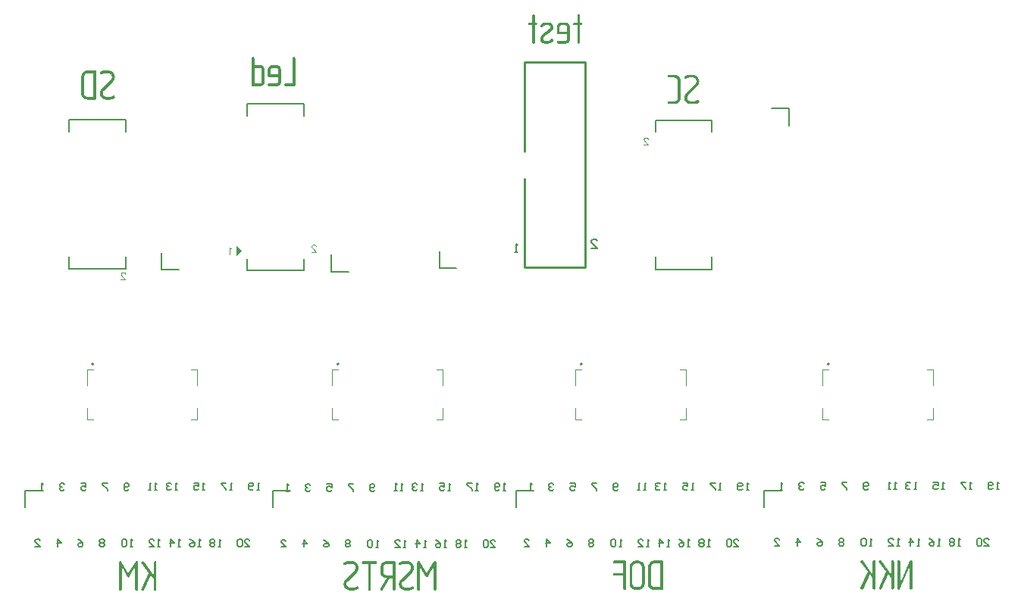
<source format=gbo>
G04*
G04 #@! TF.GenerationSoftware,Altium Limited,Altium Designer,23.1.1 (15)*
G04*
G04 Layer_Color=32896*
%FSLAX44Y44*%
%MOMM*%
G71*
G04*
G04 #@! TF.SameCoordinates,885BC21F-CE97-4633-90EB-74F7ABE7E9BF*
G04*
G04*
G04 #@! TF.FilePolarity,Positive*
G04*
G01*
G75*
%ADD10C,0.2000*%
%ADD35C,0.1000*%
%ADD36C,0.2032*%
%ADD37C,0.2540*%
%ADD38C,0.0635*%
G36*
X253370Y399781D02*
Y412481D01*
X259720Y406131D01*
X253370Y399781D01*
D01*
D02*
G37*
G36*
X111562Y608082D02*
X112580Y607851D01*
X113413Y607481D01*
X114107Y607110D01*
X114662Y606740D01*
X115079Y606370D01*
X115310Y606138D01*
X115403Y606092D01*
Y606046D01*
X115819Y605629D01*
X116190Y605167D01*
X116514Y604704D01*
X116745Y604287D01*
X117208Y603408D01*
X117485Y602621D01*
X117624Y601927D01*
X117670Y601603D01*
X117717Y601372D01*
X117763Y601140D01*
Y601002D01*
Y600909D01*
Y600863D01*
X117717Y600307D01*
X117670Y599798D01*
X117578Y599336D01*
X117485Y598919D01*
X117393Y598595D01*
X117347Y598317D01*
X117254Y598132D01*
Y598086D01*
X116976Y597531D01*
X116652Y597068D01*
X116375Y596651D01*
X116143Y596281D01*
X115958Y596050D01*
X115773Y595818D01*
X115681Y595726D01*
X115634Y595680D01*
X105453Y585498D01*
X105036Y584943D01*
X104712Y584480D01*
X104620Y584295D01*
X104574Y584156D01*
X104527Y584063D01*
Y584017D01*
X104435Y583786D01*
X104389Y583693D01*
Y583647D01*
X104296Y583416D01*
Y583369D01*
Y583323D01*
X104203Y582583D01*
X104250Y581981D01*
X104389Y581472D01*
X104620Y580963D01*
X104805Y580546D01*
X105036Y580176D01*
X105268Y579945D01*
X105407Y579759D01*
X105453Y579713D01*
X105916Y579297D01*
X106425Y579019D01*
X106934Y578788D01*
X107397Y578649D01*
X107767Y578556D01*
X108091Y578510D01*
X111701D01*
X112395Y578556D01*
X113089Y578695D01*
X113737Y578880D01*
X114292Y579112D01*
X114755Y579297D01*
X115079Y579482D01*
X115310Y579621D01*
X115403Y579667D01*
X116190Y579945D01*
X116421Y579898D01*
X116652Y579852D01*
X117023Y579667D01*
X117254Y579436D01*
X117347Y579389D01*
Y579343D01*
X117578Y578927D01*
X117717Y578603D01*
X117763Y578325D01*
Y578279D01*
Y578232D01*
X117624Y577584D01*
X117115Y577029D01*
X116190Y576474D01*
X115218Y576057D01*
X114292Y575733D01*
X113459Y575548D01*
X112719Y575409D01*
X112441Y575363D01*
X112163D01*
X111932Y575317D01*
X108322D01*
X107721Y575363D01*
X107165Y575409D01*
X106193Y575641D01*
X105314Y575965D01*
X104620Y576381D01*
X104065Y576751D01*
X103648Y577075D01*
X103417Y577307D01*
X103324Y577399D01*
X102908Y577816D01*
X102537Y578279D01*
X102213Y578741D01*
X101936Y579158D01*
X101519Y580037D01*
X101242Y580824D01*
X101103Y581564D01*
X101056Y581842D01*
X101010Y582074D01*
X100964Y582305D01*
Y582444D01*
Y582536D01*
Y582583D01*
Y583277D01*
X101056Y583832D01*
X101334Y584804D01*
X101519Y585313D01*
X101751Y585776D01*
X101982Y586192D01*
X102213Y586562D01*
X102445Y586886D01*
X102676Y587118D01*
X102861Y587303D01*
X102954Y587396D01*
X103000Y587442D01*
X113320Y597947D01*
X113783Y598503D01*
X114061Y598919D01*
X114246Y599197D01*
X114292Y599243D01*
Y599289D01*
X114385Y599613D01*
X114477Y600030D01*
X114524Y600770D01*
X114477Y601418D01*
X114339Y601973D01*
X114153Y602482D01*
X113968Y602899D01*
X113783Y603269D01*
X113598Y603501D01*
X113459Y603686D01*
X113413Y603732D01*
X112950Y604148D01*
X112487Y604472D01*
X111978Y604658D01*
X111515Y604843D01*
X111099Y604935D01*
X110775Y604981D01*
X107119D01*
X106378Y604935D01*
X105684Y604796D01*
X105036Y604611D01*
X104481Y604380D01*
X104018Y604148D01*
X103648Y603963D01*
X103463Y603825D01*
X103370Y603778D01*
X102584Y603501D01*
X102306Y603547D01*
X102075Y603593D01*
X101658Y603778D01*
X101427Y603917D01*
X101334Y604010D01*
X101149Y604241D01*
X101056Y604426D01*
X100871Y604843D01*
X100825Y605120D01*
Y605167D01*
Y605213D01*
X100918Y605583D01*
X101056Y605861D01*
X101149Y606046D01*
X101195Y606092D01*
X101334Y606277D01*
X101473Y606416D01*
X101566Y606462D01*
X101612Y606509D01*
X102537Y607018D01*
X103000Y607249D01*
X103417Y607388D01*
X103787Y607527D01*
X104065Y607619D01*
X104250Y607712D01*
X104342D01*
X104898Y607851D01*
X105407Y607990D01*
X105869Y608082D01*
X106286Y608129D01*
X106656Y608175D01*
X111053D01*
X111562Y608082D01*
D02*
G37*
G36*
X96105Y608129D02*
X96521Y607943D01*
X96799Y607666D01*
X96984Y607388D01*
X97077Y607064D01*
X97123Y606833D01*
X97169Y606647D01*
Y606555D01*
Y576890D01*
X97123Y576381D01*
X96938Y575965D01*
X96660Y575687D01*
X96382Y575502D01*
X96105Y575409D01*
X95827Y575363D01*
X95642Y575317D01*
X87589D01*
X87034Y575363D01*
X86479Y575409D01*
X85461Y575641D01*
X84581Y576011D01*
X83794Y576381D01*
X83193Y576751D01*
X82730Y577122D01*
X82591Y577261D01*
X82452Y577353D01*
X82406Y577446D01*
X82360D01*
X81990Y577862D01*
X81619Y578279D01*
X81110Y579158D01*
X80694Y580037D01*
X80462Y580824D01*
X80277Y581518D01*
X80231Y581842D01*
Y582074D01*
X80185Y582305D01*
Y582444D01*
Y582536D01*
Y582583D01*
Y600863D01*
X80231Y601418D01*
X80277Y601927D01*
X80509Y602945D01*
X80879Y603825D01*
X81295Y604565D01*
X81712Y605167D01*
X82036Y605629D01*
X82313Y605907D01*
X82360Y605953D01*
X82406Y606000D01*
X82823Y606370D01*
X83239Y606740D01*
X84118Y607249D01*
X84998Y607666D01*
X85831Y607897D01*
X86525Y608082D01*
X86803Y608129D01*
X87080D01*
X87312Y608175D01*
X95596D01*
X96105Y608129D01*
D02*
G37*
G36*
X729140Y59919D02*
X729556Y59734D01*
X729834Y59456D01*
X730019Y59178D01*
X730111Y58854D01*
X730158Y58623D01*
X730204Y58438D01*
Y58345D01*
Y28680D01*
X730158Y28171D01*
X729973Y27755D01*
X729695Y27477D01*
X729417Y27292D01*
X729140Y27199D01*
X728862Y27153D01*
X728677Y27107D01*
X720624D01*
X720069Y27153D01*
X719514Y27199D01*
X718495Y27431D01*
X717616Y27801D01*
X716830Y28171D01*
X716228Y28542D01*
X715765Y28912D01*
X715626Y29051D01*
X715487Y29143D01*
X715441Y29236D01*
X715395D01*
X715025Y29652D01*
X714654Y30069D01*
X714145Y30948D01*
X713729Y31827D01*
X713497Y32614D01*
X713312Y33308D01*
X713266Y33632D01*
Y33864D01*
X713220Y34095D01*
Y34234D01*
Y34326D01*
Y34373D01*
Y52653D01*
X713266Y53208D01*
X713312Y53717D01*
X713544Y54735D01*
X713914Y55615D01*
X714330Y56355D01*
X714747Y56957D01*
X715071Y57420D01*
X715349Y57697D01*
X715395Y57744D01*
X715441Y57790D01*
X715858Y58160D01*
X716274Y58530D01*
X717153Y59039D01*
X718033Y59456D01*
X718866Y59687D01*
X719560Y59872D01*
X719838Y59919D01*
X720115D01*
X720347Y59965D01*
X728631D01*
X729140Y59919D01*
D02*
G37*
G36*
X702853D02*
X703409Y59872D01*
X704427Y59641D01*
X705306Y59271D01*
X706093Y58854D01*
X706694Y58438D01*
X707157Y58114D01*
X707296Y57929D01*
X707435Y57836D01*
X707481Y57790D01*
X707527Y57744D01*
X707898Y57327D01*
X708222Y56911D01*
X708731Y56031D01*
X709101Y55198D01*
X709332Y54365D01*
X709517Y53671D01*
X709564Y53393D01*
Y53162D01*
X709610Y52930D01*
Y52792D01*
Y52699D01*
Y52653D01*
Y34373D01*
X709564Y33817D01*
X709517Y33262D01*
X709240Y32290D01*
X708916Y31411D01*
X708499Y30624D01*
X708083Y30022D01*
X707712Y29560D01*
X707574Y29421D01*
X707481Y29282D01*
X707435Y29236D01*
X707389Y29190D01*
X706972Y28819D01*
X706509Y28495D01*
X705630Y27986D01*
X704797Y27616D01*
X704010Y27385D01*
X703316Y27199D01*
X703038Y27153D01*
X702761D01*
X702576Y27107D01*
X700030D01*
X699475Y27153D01*
X698920Y27199D01*
X697901Y27431D01*
X697022Y27801D01*
X696235Y28171D01*
X695634Y28542D01*
X695171Y28912D01*
X695032Y29051D01*
X694893Y29143D01*
X694847Y29236D01*
X694801D01*
X694430Y29652D01*
X694060Y30069D01*
X693551Y30948D01*
X693135Y31827D01*
X692903Y32614D01*
X692718Y33308D01*
X692672Y33632D01*
Y33864D01*
X692626Y34095D01*
Y34234D01*
Y34326D01*
Y34373D01*
Y52653D01*
X692672Y53208D01*
X692718Y53717D01*
X692950Y54735D01*
X693320Y55615D01*
X693736Y56355D01*
X694153Y56957D01*
X694477Y57420D01*
X694754Y57697D01*
X694801Y57744D01*
X694847Y57790D01*
X695264Y58160D01*
X695680Y58530D01*
X696559Y59039D01*
X697439Y59456D01*
X698272Y59687D01*
X698966Y59872D01*
X699243Y59919D01*
X699521D01*
X699753Y59965D01*
X702298D01*
X702853Y59919D01*
D02*
G37*
G36*
X687952D02*
X688368Y59734D01*
X688646Y59456D01*
X688831Y59178D01*
X688923Y58854D01*
X688970Y58623D01*
X689016Y58438D01*
Y58345D01*
Y28680D01*
X688970Y28403D01*
X688923Y28125D01*
X688738Y27709D01*
X688553Y27477D01*
X688460Y27385D01*
X687998Y27246D01*
X687674Y27153D01*
X687489Y27107D01*
X687442D01*
X686980Y27153D01*
X686563Y27338D01*
X686332Y27477D01*
X686239Y27524D01*
X685962Y27894D01*
X685823Y28264D01*
X685776Y28542D01*
Y28634D01*
Y28680D01*
Y43027D01*
X676012D01*
X675734Y43073D01*
X675502Y43119D01*
X675132Y43305D01*
X674901Y43443D01*
X674808Y43536D01*
X674531Y43906D01*
X674392Y44276D01*
X674345Y44508D01*
Y44554D01*
Y44600D01*
Y44832D01*
X674438Y45017D01*
X674577Y45387D01*
X674762Y45619D01*
X674808Y45711D01*
X674855D01*
X675040Y45896D01*
X675271Y45989D01*
X675641Y46174D01*
X675919Y46220D01*
X685776D01*
Y56772D01*
X676012D01*
X675734Y56818D01*
X675502Y56864D01*
X675132Y57049D01*
X674901Y57188D01*
X674808Y57281D01*
X674531Y57651D01*
X674392Y58021D01*
X674345Y58253D01*
Y58299D01*
Y58345D01*
Y58576D01*
X674438Y58762D01*
X674577Y59132D01*
X674762Y59363D01*
X674808Y59456D01*
X674855D01*
X675040Y59641D01*
X675271Y59734D01*
X675641Y59919D01*
X675919Y59965D01*
X687442D01*
X687952Y59919D01*
D02*
G37*
G36*
X475928Y59515D02*
X476298Y59377D01*
X476483Y59191D01*
X476576Y59145D01*
Y59099D01*
X476807Y58682D01*
X476900Y58266D01*
X476946Y58081D01*
Y57942D01*
Y57849D01*
Y57803D01*
Y28138D01*
X476900Y27861D01*
X476853Y27583D01*
X476668Y27167D01*
X476483Y26935D01*
X476391Y26843D01*
X475928Y26704D01*
X475604Y26611D01*
X475419Y26565D01*
X475373D01*
X474910Y26611D01*
X474539Y26750D01*
X474308Y26889D01*
X474216Y26935D01*
X474030Y27120D01*
X473938Y27305D01*
X473753Y27722D01*
X473707Y28000D01*
Y28092D01*
Y28138D01*
Y53314D01*
X467690Y42253D01*
X467459Y41929D01*
X467228Y41698D01*
X466996Y41513D01*
X466765Y41420D01*
X466580Y41328D01*
X466441Y41282D01*
X466302D01*
X465978Y41328D01*
X465700Y41420D01*
X465238Y41744D01*
X465099Y41883D01*
X464960Y42022D01*
X464913Y42115D01*
X464867Y42161D01*
X458712Y53314D01*
Y28138D01*
X458666Y27861D01*
X458620Y27583D01*
X458434Y27213D01*
X458296Y26981D01*
X458203Y26889D01*
X457740Y26704D01*
X457370Y26611D01*
X457185Y26565D01*
X457139D01*
X456676Y26611D01*
X456259Y26796D01*
X456028Y26935D01*
X455935Y26981D01*
X455658Y27352D01*
X455519Y27722D01*
X455473Y28000D01*
Y28092D01*
Y28138D01*
Y57803D01*
X455565Y58312D01*
X455704Y58729D01*
X455843Y58960D01*
X455935Y59053D01*
X456121Y59238D01*
X456306Y59377D01*
X456676Y59562D01*
X456954Y59608D01*
X457046D01*
X457370Y59562D01*
X457648Y59469D01*
X458111Y59145D01*
X458296Y58960D01*
X458434Y58775D01*
X458481Y58682D01*
X458527Y58636D01*
X466256Y45678D01*
X473984Y58682D01*
X474169Y58914D01*
X474354Y59099D01*
X474447Y59238D01*
X474539Y59330D01*
X474678Y59423D01*
X474725D01*
X474956Y59515D01*
X475187Y59608D01*
X475696D01*
X475928Y59515D01*
D02*
G37*
G36*
X445615Y59330D02*
X446633Y59099D01*
X447466Y58729D01*
X448161Y58358D01*
X448716Y57988D01*
X449132Y57618D01*
X449364Y57387D01*
X449456Y57340D01*
Y57294D01*
X449873Y56877D01*
X450243Y56415D01*
X450567Y55952D01*
X450798Y55535D01*
X451261Y54656D01*
X451539Y53869D01*
X451678Y53175D01*
X451724Y52851D01*
X451770Y52620D01*
X451817Y52389D01*
Y52250D01*
Y52157D01*
Y52111D01*
X451770Y51556D01*
X451724Y51046D01*
X451632Y50584D01*
X451539Y50167D01*
X451446Y49843D01*
X451400Y49566D01*
X451308Y49380D01*
Y49334D01*
X451030Y48779D01*
X450706Y48316D01*
X450428Y47899D01*
X450197Y47529D01*
X450012Y47298D01*
X449827Y47066D01*
X449734Y46974D01*
X449688Y46928D01*
X439506Y36746D01*
X439090Y36191D01*
X438766Y35728D01*
X438673Y35543D01*
X438627Y35404D01*
X438581Y35312D01*
Y35265D01*
X438488Y35034D01*
X438442Y34941D01*
Y34895D01*
X438349Y34664D01*
Y34617D01*
Y34571D01*
X438257Y33831D01*
X438303Y33229D01*
X438442Y32720D01*
X438673Y32211D01*
X438859Y31794D01*
X439090Y31424D01*
X439321Y31193D01*
X439460Y31008D01*
X439506Y30961D01*
X439969Y30545D01*
X440478Y30267D01*
X440987Y30036D01*
X441450Y29897D01*
X441820Y29804D01*
X442144Y29758D01*
X445754D01*
X446448Y29804D01*
X447142Y29943D01*
X447790Y30128D01*
X448346Y30360D01*
X448809Y30545D01*
X449132Y30730D01*
X449364Y30869D01*
X449456Y30915D01*
X450243Y31193D01*
X450475Y31147D01*
X450706Y31100D01*
X451076Y30915D01*
X451308Y30684D01*
X451400Y30638D01*
Y30591D01*
X451632Y30175D01*
X451770Y29851D01*
X451817Y29573D01*
Y29527D01*
Y29481D01*
X451678Y28833D01*
X451169Y28277D01*
X450243Y27722D01*
X449271Y27305D01*
X448346Y26981D01*
X447513Y26796D01*
X446772Y26658D01*
X446495Y26611D01*
X446217D01*
X445985Y26565D01*
X442376D01*
X441774Y26611D01*
X441219Y26658D01*
X440247Y26889D01*
X439368Y27213D01*
X438673Y27629D01*
X438118Y28000D01*
X437702Y28324D01*
X437470Y28555D01*
X437378Y28647D01*
X436961Y29064D01*
X436591Y29527D01*
X436267Y29990D01*
X435989Y30406D01*
X435573Y31285D01*
X435295Y32072D01*
X435156Y32813D01*
X435110Y33090D01*
X435064Y33322D01*
X435017Y33553D01*
Y33692D01*
Y33784D01*
Y33831D01*
Y34525D01*
X435110Y35080D01*
X435388Y36052D01*
X435573Y36561D01*
X435804Y37024D01*
X436036Y37440D01*
X436267Y37811D01*
X436498Y38135D01*
X436730Y38366D01*
X436915Y38551D01*
X437007Y38644D01*
X437054Y38690D01*
X447374Y49195D01*
X447837Y49751D01*
X448114Y50167D01*
X448299Y50445D01*
X448346Y50491D01*
Y50537D01*
X448438Y50861D01*
X448531Y51278D01*
X448577Y52018D01*
X448531Y52666D01*
X448392Y53222D01*
X448207Y53731D01*
X448022Y54147D01*
X447837Y54517D01*
X447651Y54749D01*
X447513Y54934D01*
X447466Y54980D01*
X447004Y55397D01*
X446541Y55721D01*
X446032Y55906D01*
X445569Y56091D01*
X445153Y56183D01*
X444828Y56230D01*
X441172D01*
X440432Y56183D01*
X439738Y56045D01*
X439090Y55859D01*
X438535Y55628D01*
X438072Y55397D01*
X437702Y55212D01*
X437517Y55073D01*
X437424Y55026D01*
X436637Y54749D01*
X436359Y54795D01*
X436128Y54841D01*
X435712Y55026D01*
X435480Y55165D01*
X435388Y55258D01*
X435202Y55489D01*
X435110Y55674D01*
X434925Y56091D01*
X434879Y56368D01*
Y56415D01*
Y56461D01*
X434971Y56831D01*
X435110Y57109D01*
X435202Y57294D01*
X435249Y57340D01*
X435388Y57525D01*
X435527Y57664D01*
X435619Y57711D01*
X435665Y57757D01*
X436591Y58266D01*
X437054Y58497D01*
X437470Y58636D01*
X437840Y58775D01*
X438118Y58868D01*
X438303Y58960D01*
X438396D01*
X438951Y59099D01*
X439460Y59238D01*
X439923Y59330D01*
X440340Y59377D01*
X440710Y59423D01*
X445106D01*
X445615Y59330D01*
D02*
G37*
G36*
X430158Y59377D02*
X430575Y59191D01*
X430852Y58914D01*
X431037Y58636D01*
X431130Y58312D01*
X431176Y58081D01*
X431223Y57896D01*
Y57803D01*
Y28138D01*
X431176Y27861D01*
X431130Y27583D01*
X430945Y27167D01*
X430760Y26935D01*
X430667Y26843D01*
X430204Y26704D01*
X429880Y26611D01*
X429695Y26565D01*
X429649D01*
X429186Y26611D01*
X428770Y26796D01*
X428538Y26935D01*
X428446Y26981D01*
X428168Y27352D01*
X428029Y27722D01*
X427983Y28000D01*
Y28092D01*
Y28138D01*
Y40263D01*
X424836D01*
X417339Y27398D01*
X417108Y27074D01*
X416922Y26889D01*
X416784Y26750D01*
X416737Y26704D01*
X416460Y26611D01*
X416182Y26565D01*
X415951D01*
X415488Y26611D01*
X415117Y26750D01*
X414886Y26889D01*
X414794Y26935D01*
X414608Y27167D01*
X414470Y27352D01*
X414285Y27722D01*
X414238Y28000D01*
Y28046D01*
Y28092D01*
X414285Y28416D01*
X414331Y28647D01*
X414377Y28786D01*
X414423Y28833D01*
X421412Y40263D01*
X421643D01*
X421087Y40310D01*
X420532Y40356D01*
X419514Y40587D01*
X418635Y40958D01*
X417848Y41328D01*
X417246Y41698D01*
X416784Y42068D01*
X416645Y42207D01*
X416506Y42300D01*
X416460Y42392D01*
X416413D01*
X416043Y42809D01*
X415673Y43225D01*
X415164Y44105D01*
X414747Y44938D01*
X414516Y45771D01*
X414331Y46465D01*
X414285Y46789D01*
Y47020D01*
X414238Y47252D01*
Y47390D01*
Y47483D01*
Y47529D01*
Y52111D01*
X414285Y52666D01*
X414331Y53175D01*
X414562Y54193D01*
X414932Y55073D01*
X415349Y55813D01*
X415765Y56415D01*
X416089Y56877D01*
X416367Y57155D01*
X416413Y57201D01*
X416460Y57248D01*
X416876Y57618D01*
X417293Y57988D01*
X418172Y58497D01*
X419051Y58914D01*
X419884Y59145D01*
X420578Y59330D01*
X420856Y59377D01*
X421134D01*
X421365Y59423D01*
X429649D01*
X430158Y59377D01*
D02*
G37*
G36*
X409333D02*
X409610Y59330D01*
X409981Y59099D01*
X410166Y58868D01*
X410258Y58821D01*
Y58775D01*
X410490Y58358D01*
X410582Y58081D01*
X410629Y57849D01*
Y57803D01*
X410582Y57340D01*
X410397Y56970D01*
X410258Y56739D01*
X410212Y56692D01*
Y56646D01*
X409842Y56415D01*
X409472Y56276D01*
X409194Y56230D01*
X403779D01*
Y28138D01*
X403733Y27861D01*
X403687Y27583D01*
X403502Y27167D01*
X403316Y26935D01*
X403224Y26843D01*
X402761Y26704D01*
X402437Y26611D01*
X402252Y26565D01*
X402206D01*
X401743Y26611D01*
X401326Y26796D01*
X401095Y26935D01*
X401003Y26981D01*
X400725Y27352D01*
X400586Y27722D01*
X400540Y28000D01*
Y28092D01*
Y28138D01*
Y56230D01*
X395356D01*
X395079Y56276D01*
X394847Y56322D01*
X394477Y56507D01*
X394246Y56646D01*
X394153Y56739D01*
X393876Y57109D01*
X393737Y57479D01*
X393690Y57711D01*
Y57757D01*
Y57803D01*
Y58035D01*
X393783Y58220D01*
X393922Y58590D01*
X394107Y58821D01*
X394153Y58914D01*
X394199D01*
X394385Y59099D01*
X394616Y59191D01*
X394986Y59377D01*
X395264Y59423D01*
X409055D01*
X409333Y59377D01*
D02*
G37*
G36*
X383833Y59330D02*
X384851Y59099D01*
X385684Y58729D01*
X386378Y58358D01*
X386934Y57988D01*
X387350Y57618D01*
X387582Y57387D01*
X387674Y57340D01*
Y57294D01*
X388091Y56877D01*
X388461Y56415D01*
X388785Y55952D01*
X389016Y55535D01*
X389479Y54656D01*
X389757Y53869D01*
X389896Y53175D01*
X389942Y52851D01*
X389988Y52620D01*
X390034Y52389D01*
Y52250D01*
Y52157D01*
Y52111D01*
X389988Y51556D01*
X389942Y51046D01*
X389849Y50584D01*
X389757Y50167D01*
X389664Y49843D01*
X389618Y49566D01*
X389525Y49380D01*
Y49334D01*
X389248Y48779D01*
X388924Y48316D01*
X388646Y47899D01*
X388415Y47529D01*
X388230Y47298D01*
X388044Y47066D01*
X387952Y46974D01*
X387906Y46928D01*
X377724Y36746D01*
X377308Y36191D01*
X376984Y35728D01*
X376891Y35543D01*
X376845Y35404D01*
X376799Y35312D01*
Y35265D01*
X376706Y35034D01*
X376660Y34941D01*
Y34895D01*
X376567Y34664D01*
Y34617D01*
Y34571D01*
X376475Y33831D01*
X376521Y33229D01*
X376660Y32720D01*
X376891Y32211D01*
X377076Y31794D01*
X377308Y31424D01*
X377539Y31193D01*
X377678Y31008D01*
X377724Y30961D01*
X378187Y30545D01*
X378696Y30267D01*
X379205Y30036D01*
X379668Y29897D01*
X380038Y29804D01*
X380362Y29758D01*
X383972D01*
X384666Y29804D01*
X385360Y29943D01*
X386008Y30128D01*
X386563Y30360D01*
X387026Y30545D01*
X387350Y30730D01*
X387582Y30869D01*
X387674Y30915D01*
X388461Y31193D01*
X388692Y31147D01*
X388924Y31100D01*
X389294Y30915D01*
X389525Y30684D01*
X389618Y30638D01*
Y30591D01*
X389849Y30175D01*
X389988Y29851D01*
X390034Y29573D01*
Y29527D01*
Y29481D01*
X389896Y28833D01*
X389386Y28277D01*
X388461Y27722D01*
X387489Y27305D01*
X386563Y26981D01*
X385731Y26796D01*
X384990Y26658D01*
X384712Y26611D01*
X384435D01*
X384203Y26565D01*
X380593D01*
X379992Y26611D01*
X379437Y26658D01*
X378465Y26889D01*
X377585Y27213D01*
X376891Y27629D01*
X376336Y28000D01*
X375919Y28324D01*
X375688Y28555D01*
X375595Y28647D01*
X375179Y29064D01*
X374809Y29527D01*
X374485Y29990D01*
X374207Y30406D01*
X373791Y31285D01*
X373513Y32072D01*
X373374Y32813D01*
X373328Y33090D01*
X373282Y33322D01*
X373235Y33553D01*
Y33692D01*
Y33784D01*
Y33831D01*
Y34525D01*
X373328Y35080D01*
X373605Y36052D01*
X373791Y36561D01*
X374022Y37024D01*
X374253Y37440D01*
X374485Y37811D01*
X374716Y38135D01*
X374948Y38366D01*
X375133Y38551D01*
X375225Y38644D01*
X375271Y38690D01*
X385592Y49195D01*
X386054Y49751D01*
X386332Y50167D01*
X386517Y50445D01*
X386563Y50491D01*
Y50537D01*
X386656Y50861D01*
X386749Y51278D01*
X386795Y52018D01*
X386749Y52666D01*
X386610Y53222D01*
X386425Y53731D01*
X386240Y54147D01*
X386054Y54517D01*
X385869Y54749D01*
X385731Y54934D01*
X385684Y54980D01*
X385221Y55397D01*
X384759Y55721D01*
X384250Y55906D01*
X383787Y56091D01*
X383370Y56183D01*
X383046Y56230D01*
X379390D01*
X378650Y56183D01*
X377956Y56045D01*
X377308Y55859D01*
X376752Y55628D01*
X376290Y55397D01*
X375919Y55212D01*
X375734Y55073D01*
X375642Y55026D01*
X374855Y54749D01*
X374577Y54795D01*
X374346Y54841D01*
X373929Y55026D01*
X373698Y55165D01*
X373605Y55258D01*
X373420Y55489D01*
X373328Y55674D01*
X373143Y56091D01*
X373096Y56368D01*
Y56415D01*
Y56461D01*
X373189Y56831D01*
X373328Y57109D01*
X373420Y57294D01*
X373467Y57340D01*
X373605Y57525D01*
X373744Y57664D01*
X373837Y57711D01*
X373883Y57757D01*
X374809Y58266D01*
X375271Y58497D01*
X375688Y58636D01*
X376058Y58775D01*
X376336Y58868D01*
X376521Y58960D01*
X376614D01*
X377169Y59099D01*
X377678Y59238D01*
X378141Y59330D01*
X378557Y59377D01*
X378927Y59423D01*
X383324D01*
X383833Y59330D01*
D02*
G37*
G36*
X142639Y59314D02*
X143009Y59175D01*
X143194Y58990D01*
X143287Y58944D01*
Y58898D01*
X143518Y58481D01*
X143611Y58065D01*
X143657Y57880D01*
Y57741D01*
Y57648D01*
Y57602D01*
Y27937D01*
X143611Y27659D01*
X143565Y27382D01*
X143379Y26965D01*
X143194Y26734D01*
X143102Y26641D01*
X142639Y26502D01*
X142315Y26410D01*
X142130Y26364D01*
X142084D01*
X141621Y26410D01*
X141251Y26549D01*
X141019Y26688D01*
X140927Y26734D01*
X140742Y26919D01*
X140649Y27104D01*
X140464Y27521D01*
X140418Y27798D01*
Y27891D01*
Y27937D01*
Y53113D01*
X134401Y42052D01*
X134170Y41728D01*
X133939Y41497D01*
X133707Y41312D01*
X133476Y41219D01*
X133291Y41127D01*
X133152Y41080D01*
X133013D01*
X132689Y41127D01*
X132411Y41219D01*
X131949Y41543D01*
X131810Y41682D01*
X131671Y41821D01*
X131625Y41913D01*
X131578Y41960D01*
X125423Y53113D01*
Y27937D01*
X125377Y27659D01*
X125331Y27382D01*
X125146Y27012D01*
X125007Y26780D01*
X124914Y26688D01*
X124452Y26502D01*
X124081Y26410D01*
X123896Y26364D01*
X123850D01*
X123387Y26410D01*
X122971Y26595D01*
X122739Y26734D01*
X122647Y26780D01*
X122369Y27150D01*
X122230Y27521D01*
X122184Y27798D01*
Y27891D01*
Y27937D01*
Y57602D01*
X122276Y58111D01*
X122415Y58527D01*
X122554Y58759D01*
X122647Y58851D01*
X122832Y59036D01*
X123017Y59175D01*
X123387Y59360D01*
X123665Y59407D01*
X123757D01*
X124081Y59360D01*
X124359Y59268D01*
X124822Y58944D01*
X125007Y58759D01*
X125146Y58574D01*
X125192Y58481D01*
X125238Y58435D01*
X132967Y45477D01*
X140695Y58481D01*
X140880Y58713D01*
X141066Y58898D01*
X141158Y59036D01*
X141251Y59129D01*
X141390Y59222D01*
X141436D01*
X141667Y59314D01*
X141899Y59407D01*
X142408D01*
X142639Y59314D01*
D02*
G37*
G36*
X163141Y59129D02*
X163465Y58944D01*
X163696Y58759D01*
X163788Y58713D01*
Y58666D01*
X164066Y58296D01*
X164205Y57926D01*
X164251Y57694D01*
Y57648D01*
Y57602D01*
Y27937D01*
X164205Y27659D01*
X164159Y27382D01*
X163974Y26965D01*
X163788Y26734D01*
X163696Y26641D01*
X163233Y26502D01*
X162909Y26410D01*
X162724Y26364D01*
X162678D01*
X162215Y26410D01*
X161798Y26595D01*
X161567Y26734D01*
X161474Y26780D01*
X161197Y27150D01*
X161058Y27521D01*
X161012Y27798D01*
Y27891D01*
Y27937D01*
Y38813D01*
X157818Y43626D01*
X150368Y27197D01*
X149812Y26502D01*
X149072Y26364D01*
X148563Y26410D01*
X148146Y26595D01*
X147915Y26734D01*
X147822Y26780D01*
X147637Y26965D01*
X147545Y27197D01*
X147360Y27613D01*
Y27752D01*
X147313Y27891D01*
Y27984D01*
Y28030D01*
X147360Y28122D01*
Y28169D01*
X147452Y28585D01*
X155643Y46079D01*
X147591Y56676D01*
X147406Y57000D01*
X147313Y57278D01*
X147267Y57509D01*
Y57602D01*
Y57833D01*
X147360Y58065D01*
X147545Y58389D01*
X147730Y58620D01*
X147776Y58713D01*
X147822D01*
X148007Y58898D01*
X148239Y58990D01*
X148609Y59175D01*
X148887Y59222D01*
X148979D01*
X149257Y59175D01*
X149535Y59129D01*
X149905Y58851D01*
X150183Y58620D01*
X150229Y58527D01*
X150275Y58481D01*
X161012Y43256D01*
Y57602D01*
Y57880D01*
X161104Y58111D01*
X161289Y58481D01*
X161474Y58666D01*
X161521Y58759D01*
X161567D01*
X161937Y59036D01*
X162307Y59175D01*
X162585Y59222D01*
X162909D01*
X163141Y59129D01*
D02*
G37*
G36*
X987022Y60336D02*
X987346Y60151D01*
X987577Y59966D01*
X987670Y59919D01*
Y59873D01*
X987947Y59503D01*
X988086Y59132D01*
X988132Y58901D01*
Y58855D01*
Y58809D01*
Y29144D01*
X988086Y28866D01*
X988040Y28589D01*
X987855Y28172D01*
X987670Y27941D01*
X987577Y27848D01*
X987114Y27709D01*
X986790Y27617D01*
X986605Y27570D01*
X986559D01*
X986096Y27617D01*
X985680Y27802D01*
X985448Y27941D01*
X985356Y27987D01*
X985078Y28357D01*
X984939Y28727D01*
X984893Y29005D01*
Y29098D01*
Y29144D01*
Y40019D01*
X981700Y44832D01*
X974249Y28403D01*
X973694Y27709D01*
X972953Y27570D01*
X972444Y27617D01*
X972028Y27802D01*
X971796Y27941D01*
X971704Y27987D01*
X971518Y28172D01*
X971426Y28403D01*
X971241Y28820D01*
Y28959D01*
X971195Y29098D01*
Y29190D01*
Y29236D01*
X971241Y29329D01*
Y29375D01*
X971333Y29792D01*
X979525Y47285D01*
X971472Y57883D01*
X971287Y58207D01*
X971195Y58485D01*
X971148Y58716D01*
Y58809D01*
Y59040D01*
X971241Y59271D01*
X971426Y59595D01*
X971611Y59827D01*
X971657Y59919D01*
X971704D01*
X971889Y60104D01*
X972120Y60197D01*
X972490Y60382D01*
X972768Y60428D01*
X972860D01*
X973138Y60382D01*
X973416Y60336D01*
X973786Y60058D01*
X974064Y59827D01*
X974110Y59734D01*
X974156Y59688D01*
X984893Y44462D01*
Y58809D01*
Y59086D01*
X984986Y59318D01*
X985171Y59688D01*
X985356Y59873D01*
X985402Y59966D01*
X985448D01*
X985819Y60243D01*
X986189Y60382D01*
X986467Y60428D01*
X986790D01*
X987022Y60336D01*
D02*
G37*
G36*
X966428D02*
X966752Y60151D01*
X966983Y59966D01*
X967076Y59919D01*
Y59873D01*
X967353Y59503D01*
X967492Y59132D01*
X967539Y58901D01*
Y58855D01*
Y58809D01*
Y29144D01*
X967492Y28866D01*
X967446Y28589D01*
X967261Y28172D01*
X967076Y27941D01*
X966983Y27848D01*
X966520Y27709D01*
X966196Y27617D01*
X966011Y27570D01*
X965965D01*
X965502Y27617D01*
X965086Y27802D01*
X964854Y27941D01*
X964762Y27987D01*
X964484Y28357D01*
X964345Y28727D01*
X964299Y29005D01*
Y29098D01*
Y29144D01*
Y40019D01*
X961106Y44832D01*
X953655Y28403D01*
X953100Y27709D01*
X952359Y27570D01*
X951850Y27617D01*
X951433Y27802D01*
X951202Y27941D01*
X951109Y27987D01*
X950924Y28172D01*
X950832Y28403D01*
X950647Y28820D01*
Y28959D01*
X950600Y29098D01*
Y29190D01*
Y29236D01*
X950647Y29329D01*
Y29375D01*
X950739Y29792D01*
X958931Y47285D01*
X950878Y57883D01*
X950693Y58207D01*
X950600Y58485D01*
X950554Y58716D01*
Y58809D01*
Y59040D01*
X950647Y59271D01*
X950832Y59595D01*
X951017Y59827D01*
X951063Y59919D01*
X951109D01*
X951295Y60104D01*
X951526Y60197D01*
X951896Y60382D01*
X952174Y60428D01*
X952266D01*
X952544Y60382D01*
X952822Y60336D01*
X953192Y60058D01*
X953470Y59827D01*
X953516Y59734D01*
X953562Y59688D01*
X964299Y44462D01*
Y58809D01*
Y59086D01*
X964391Y59318D01*
X964577Y59688D01*
X964762Y59873D01*
X964808Y59966D01*
X964854D01*
X965225Y60243D01*
X965595Y60382D01*
X965872Y60428D01*
X966196D01*
X966428Y60336D01*
D02*
G37*
G36*
X1007616D02*
X1007940Y60151D01*
X1008171Y59966D01*
X1008264Y59919D01*
Y59873D01*
X1008541Y59503D01*
X1008680Y59132D01*
X1008727Y58901D01*
Y58855D01*
Y58809D01*
Y29144D01*
X1008680Y28866D01*
X1008634Y28589D01*
X1008449Y28218D01*
X1008264Y27987D01*
X1008171Y27894D01*
X1007709Y27709D01*
X1007384Y27617D01*
X1007199Y27570D01*
X1007153D01*
X1006690Y27617D01*
X1006274Y27802D01*
X1006042Y27941D01*
X1005950Y27987D01*
X1005672Y28357D01*
X1005533Y28727D01*
X1005487Y29005D01*
Y29098D01*
Y29144D01*
Y53163D01*
X994843Y28403D01*
X994241Y27709D01*
X993501Y27570D01*
X992992Y27663D01*
X992575Y27802D01*
X992298Y27941D01*
X992251Y28033D01*
X992205D01*
X991927Y28496D01*
X991789Y28866D01*
X991742Y29051D01*
Y29144D01*
Y58809D01*
Y59086D01*
X991835Y59318D01*
X992020Y59688D01*
X992205Y59873D01*
X992251Y59966D01*
X992298D01*
X992668Y60243D01*
X993038Y60382D01*
X993316Y60428D01*
X993640D01*
X993871Y60336D01*
X994195Y60151D01*
X994426Y59966D01*
X994519Y59919D01*
Y59873D01*
X994797Y59503D01*
X994936Y59132D01*
X994982Y58901D01*
Y58855D01*
Y58809D01*
Y34836D01*
X1005626Y58947D01*
X1005719Y59318D01*
X1005857Y59595D01*
X1005950Y59827D01*
X1006089Y59966D01*
X1006181Y60104D01*
X1006228Y60151D01*
X1006320Y60197D01*
X1006644Y60336D01*
X1006876Y60382D01*
X1007061Y60428D01*
X1007384D01*
X1007616Y60336D01*
D02*
G37*
G36*
X318228Y623147D02*
X318552Y622962D01*
X318783Y622776D01*
X318875Y622730D01*
Y622684D01*
X319153Y622314D01*
X319292Y621944D01*
X319338Y621712D01*
Y621666D01*
Y621619D01*
Y591955D01*
X319292Y591446D01*
X319107Y591029D01*
X318829Y590751D01*
X318552Y590566D01*
X318274Y590474D01*
X317996Y590428D01*
X317811Y590381D01*
X308601D01*
X308324Y590428D01*
X308092Y590474D01*
X307722Y590659D01*
X307491Y590798D01*
X307398Y590890D01*
X307167Y591261D01*
X307028Y591631D01*
X306982Y591862D01*
Y591908D01*
Y591955D01*
Y592186D01*
X307074Y592371D01*
X307213Y592742D01*
X307398Y592973D01*
X307444Y593065D01*
X307491D01*
X307676Y593251D01*
X307861Y593343D01*
X308231Y593528D01*
X308509Y593575D01*
X316099D01*
Y621619D01*
Y621897D01*
X316191Y622129D01*
X316376Y622499D01*
X316562Y622684D01*
X316608Y622776D01*
X316654D01*
X317024Y623054D01*
X317395Y623193D01*
X317672Y623239D01*
X317996D01*
X318228Y623147D01*
D02*
G37*
G36*
X299114Y614076D02*
X299809Y613891D01*
X300410Y613613D01*
X300965Y613336D01*
X301382Y613058D01*
X301660Y612780D01*
X301891Y612595D01*
X301937Y612549D01*
X302400Y611947D01*
X302724Y611346D01*
X303002Y610744D01*
X303141Y610235D01*
X303233Y609772D01*
X303279Y609402D01*
X303326Y609170D01*
Y609078D01*
Y595379D01*
X303279Y594639D01*
X303094Y593945D01*
X302863Y593297D01*
X302585Y592788D01*
X302354Y592371D01*
X302122Y592094D01*
X301937Y591862D01*
X301891Y591816D01*
X301336Y591353D01*
X300734Y590983D01*
X300133Y590751D01*
X299577Y590566D01*
X299068Y590474D01*
X298698Y590428D01*
X298420Y590381D01*
X290321D01*
X290044Y590428D01*
X289812Y590474D01*
X289442Y590659D01*
X289211Y590798D01*
X289118Y590890D01*
X288841Y591261D01*
X288702Y591631D01*
X288655Y591862D01*
Y591908D01*
Y591955D01*
Y592186D01*
X288748Y592371D01*
X288933Y592742D01*
X289118Y592973D01*
X289164Y593065D01*
X289211D01*
X289396Y593251D01*
X289581Y593343D01*
X289951Y593528D01*
X290229Y593575D01*
X298328D01*
X298605Y593621D01*
X298837Y593667D01*
X299207Y593852D01*
X299485Y593991D01*
X299531Y594084D01*
X299577D01*
X299762Y594269D01*
X299855Y594500D01*
X300040Y594917D01*
Y595102D01*
X300086Y595241D01*
Y595333D01*
Y595379D01*
Y600655D01*
X290368D01*
X289812Y600701D01*
X289396Y600887D01*
X289072Y601164D01*
X288887Y601442D01*
X288748Y601720D01*
X288702Y601997D01*
X288655Y602182D01*
Y602229D01*
Y609078D01*
X288702Y609818D01*
X288887Y610513D01*
X289118Y611114D01*
X289396Y611623D01*
X289674Y612086D01*
X289905Y612364D01*
X290090Y612595D01*
X290136Y612641D01*
X290738Y613150D01*
X291339Y613521D01*
X291941Y613752D01*
X292496Y613937D01*
X293006Y614030D01*
X293376Y614122D01*
X298328D01*
X299114Y614076D01*
D02*
G37*
G36*
X272458Y623147D02*
X272782Y622962D01*
X273013Y622776D01*
X273106Y622730D01*
Y622684D01*
X273383Y622314D01*
X273522Y621944D01*
X273568Y621712D01*
Y621666D01*
Y621619D01*
Y614122D01*
X279955D01*
X280742Y614076D01*
X281436Y613891D01*
X282038Y613660D01*
X282547Y613382D01*
X282963Y613104D01*
X283287Y612873D01*
X283518Y612688D01*
X283565Y612641D01*
X284028Y612086D01*
X284398Y611484D01*
X284629Y610883D01*
X284814Y610327D01*
X284907Y609818D01*
X284953Y609448D01*
X284999Y609170D01*
Y609124D01*
Y609078D01*
Y595379D01*
X284953Y594639D01*
X284768Y593945D01*
X284536Y593343D01*
X284259Y592834D01*
X284028Y592418D01*
X283796Y592094D01*
X283611Y591862D01*
X283565Y591816D01*
X282963Y591353D01*
X282361Y590983D01*
X281760Y590751D01*
X281204Y590566D01*
X280695Y590474D01*
X280325Y590428D01*
X280047Y590381D01*
X271995D01*
X271440Y590428D01*
X271023Y590613D01*
X270746Y590890D01*
X270514Y591168D01*
X270422Y591446D01*
X270375Y591723D01*
X270329Y591908D01*
Y591955D01*
Y621619D01*
Y621897D01*
X270422Y622129D01*
X270607Y622499D01*
X270792Y622684D01*
X270838Y622776D01*
X270884D01*
X271255Y623054D01*
X271625Y623193D01*
X271902Y623239D01*
X272226D01*
X272458Y623147D01*
D02*
G37*
G36*
X636423Y670731D02*
X636747Y670546D01*
X636978Y670360D01*
X637071Y670314D01*
Y670268D01*
X637349Y669898D01*
X637488Y669528D01*
X637534Y669296D01*
Y669250D01*
Y669204D01*
Y661706D01*
X638182D01*
X638459Y661660D01*
X638737Y661614D01*
X639107Y661382D01*
X639292Y661151D01*
X639385Y661105D01*
Y661059D01*
X639616Y660642D01*
X639709Y660364D01*
X639755Y660133D01*
Y660087D01*
X639709Y659670D01*
X639524Y659300D01*
X639385Y659022D01*
X639339Y658976D01*
Y658930D01*
X638969Y658698D01*
X638598Y658559D01*
X638321Y658513D01*
X637534D01*
Y639539D01*
X637488Y639261D01*
X637441Y638983D01*
X637256Y638567D01*
X637071Y638336D01*
X636978Y638243D01*
X636516Y638104D01*
X636192Y638012D01*
X636007Y637965D01*
X635960D01*
X635498Y638012D01*
X635081Y638197D01*
X634850Y638336D01*
X634757Y638382D01*
X634479Y638752D01*
X634341Y639122D01*
X634294Y639400D01*
Y639493D01*
Y639539D01*
Y658513D01*
X631333D01*
X631055Y658559D01*
X630823Y658606D01*
X630453Y658791D01*
X630222Y658930D01*
X630129Y659022D01*
X629852Y659392D01*
X629713Y659763D01*
X629666Y659994D01*
Y660040D01*
Y660087D01*
Y660272D01*
X629759Y660503D01*
X629944Y660827D01*
X630129Y661059D01*
X630176Y661151D01*
X630222D01*
X630407Y661336D01*
X630592Y661475D01*
X630962Y661660D01*
X631240Y661706D01*
X634294D01*
Y669204D01*
Y669481D01*
X634387Y669713D01*
X634572Y670083D01*
X634757Y670268D01*
X634803Y670360D01*
X634850D01*
X635220Y670638D01*
X635590Y670777D01*
X635868Y670823D01*
X636192D01*
X636423Y670731D01*
D02*
G37*
G36*
X621845Y661660D02*
X622539Y661475D01*
X623141Y661197D01*
X623697Y660920D01*
X624113Y660642D01*
X624391Y660364D01*
X624622Y660179D01*
X624668Y660133D01*
X625131Y659531D01*
X625455Y658930D01*
X625733Y658328D01*
X625872Y657819D01*
X625964Y657356D01*
X626010Y656986D01*
X626057Y656755D01*
Y656662D01*
Y642963D01*
X626010Y642223D01*
X625825Y641529D01*
X625594Y640881D01*
X625316Y640372D01*
X625085Y639955D01*
X624854Y639678D01*
X624668Y639446D01*
X624622Y639400D01*
X624067Y638937D01*
X623465Y638567D01*
X622864Y638336D01*
X622308Y638150D01*
X621799Y638058D01*
X621429Y638012D01*
X621151Y637965D01*
X613052D01*
X612775Y638012D01*
X612543Y638058D01*
X612173Y638243D01*
X611942Y638382D01*
X611849Y638474D01*
X611571Y638845D01*
X611433Y639215D01*
X611386Y639446D01*
Y639493D01*
Y639539D01*
Y639770D01*
X611479Y639955D01*
X611664Y640326D01*
X611849Y640557D01*
X611895Y640649D01*
X611942D01*
X612127Y640835D01*
X612312Y640927D01*
X612682Y641112D01*
X612960Y641159D01*
X621059D01*
X621336Y641205D01*
X621568Y641251D01*
X621938Y641436D01*
X622216Y641575D01*
X622262Y641668D01*
X622308D01*
X622493Y641853D01*
X622586Y642084D01*
X622771Y642501D01*
Y642686D01*
X622817Y642825D01*
Y642917D01*
Y642963D01*
Y648239D01*
X613099D01*
X612543Y648286D01*
X612127Y648471D01*
X611803Y648748D01*
X611618Y649026D01*
X611479Y649304D01*
X611433Y649581D01*
X611386Y649766D01*
Y649813D01*
Y656662D01*
X611433Y657402D01*
X611618Y658097D01*
X611849Y658698D01*
X612127Y659207D01*
X612405Y659670D01*
X612636Y659948D01*
X612821Y660179D01*
X612867Y660226D01*
X613469Y660734D01*
X614071Y661105D01*
X614672Y661336D01*
X615228Y661521D01*
X615737Y661614D01*
X616107Y661706D01*
X621059D01*
X621845Y661660D01*
D02*
G37*
G36*
X603149Y661614D02*
X603935Y661429D01*
X604583Y661151D01*
X605185Y660873D01*
X605648Y660549D01*
X605972Y660272D01*
X606157Y660087D01*
X606249Y659994D01*
X606712Y659392D01*
X607082Y658745D01*
X607314Y658143D01*
X607499Y657541D01*
X607592Y657032D01*
X607638Y656616D01*
X607684Y656338D01*
Y656292D01*
Y656245D01*
Y655921D01*
X607638Y655598D01*
X607592Y655320D01*
Y655274D01*
Y655227D01*
X607221Y654070D01*
X606990Y653654D01*
X606758Y653284D01*
X606527Y652960D01*
X606249Y652682D01*
X606064Y652451D01*
X605879Y652265D01*
X605740Y652173D01*
X605694Y652127D01*
X596947Y645000D01*
X596670Y644676D01*
X596485Y644352D01*
X596299Y644074D01*
X596207Y643843D01*
X596161Y643611D01*
X596114Y643473D01*
Y643380D01*
Y643334D01*
X596161Y643010D01*
X596207Y642732D01*
X596438Y642223D01*
X596577Y642038D01*
X596670Y641945D01*
X596716Y641853D01*
X596762Y641806D01*
X596994Y641575D01*
X597271Y641436D01*
X597734Y641251D01*
X597966Y641205D01*
X598151Y641159D01*
X601436D01*
X602177Y641205D01*
X602501Y641297D01*
X602779Y641344D01*
X602964Y641436D01*
X603149Y641483D01*
X603241Y641529D01*
X603288D01*
X603658Y641760D01*
X603982Y642038D01*
X604213Y642223D01*
X604445Y642408D01*
X604583Y642547D01*
X604676Y642686D01*
X604768Y642732D01*
Y642778D01*
X605000Y643056D01*
X605185Y643195D01*
X605324Y643287D01*
X605370D01*
X605602Y643380D01*
X605833Y643473D01*
X606064D01*
X606342Y643426D01*
X606573Y643380D01*
X606944Y643195D01*
X607175Y642963D01*
X607267Y642917D01*
Y642871D01*
X607499Y642454D01*
X607638Y642131D01*
X607684Y641899D01*
Y641806D01*
X607638Y641344D01*
X607406Y640881D01*
X606944Y640326D01*
X606481Y639909D01*
X606064Y639493D01*
X605648Y639215D01*
X605277Y638983D01*
X605000Y638798D01*
X604815Y638706D01*
X604768Y638660D01*
X604213Y638428D01*
X603611Y638243D01*
X603056Y638150D01*
X602547Y638058D01*
X602084Y638012D01*
X601760Y637965D01*
X598336D01*
X597456Y638058D01*
X596716Y638243D01*
X596022Y638474D01*
X595420Y638798D01*
X594957Y639122D01*
X594633Y639354D01*
X594448Y639539D01*
X594356Y639631D01*
X593847Y640233D01*
X593476Y640881D01*
X593245Y641529D01*
X593060Y642084D01*
X592967Y642593D01*
X592875Y643010D01*
Y643287D01*
Y643334D01*
Y643380D01*
Y643796D01*
X592967Y644213D01*
X593060Y644583D01*
X593153Y644907D01*
X593245Y645185D01*
X593338Y645416D01*
X593384Y645555D01*
X593430Y645601D01*
X593615Y646018D01*
X593800Y646342D01*
X594032Y646666D01*
X594263Y646944D01*
X594448Y647129D01*
X594633Y647267D01*
X594726Y647360D01*
X594772Y647406D01*
X603704Y654672D01*
X603935Y654950D01*
X604121Y655181D01*
X604259Y655459D01*
X604352Y655736D01*
X604398Y655968D01*
X604445Y656153D01*
Y656245D01*
Y656292D01*
X604398Y656616D01*
X604352Y656940D01*
X604167Y657449D01*
X604074Y657634D01*
X603982Y657773D01*
X603889Y657819D01*
Y657865D01*
X603658Y658097D01*
X603380Y658235D01*
X602871Y658421D01*
X602640Y658467D01*
X602454Y658513D01*
X598845D01*
X598567Y658467D01*
X598382Y658421D01*
X598289Y658374D01*
X597271Y658004D01*
X596670Y657634D01*
X596253Y657310D01*
X595975Y657032D01*
X595883Y656940D01*
Y656893D01*
X595744Y656708D01*
X595605Y656570D01*
X595559Y656523D01*
X595513Y656477D01*
X595328Y656338D01*
X595281Y656292D01*
X595235Y656245D01*
X594587Y656199D01*
X594078Y656292D01*
X593708Y656431D01*
X593430Y656570D01*
X593384Y656662D01*
X593338D01*
X593060Y657032D01*
X592921Y657402D01*
X592875Y657680D01*
Y657726D01*
Y657773D01*
Y658235D01*
X593153Y658698D01*
X593569Y659207D01*
X594032Y659670D01*
X594495Y660040D01*
X594911Y660364D01*
X595281Y660596D01*
X595559Y660781D01*
X595744Y660873D01*
X595837Y660920D01*
X596438Y661197D01*
X596994Y661382D01*
X597549Y661521D01*
X598058Y661614D01*
X598521Y661660D01*
X598845Y661706D01*
X602316D01*
X603149Y661614D01*
D02*
G37*
G36*
X586026Y670731D02*
X586349Y670546D01*
X586581Y670360D01*
X586674Y670314D01*
Y670268D01*
X586951Y669898D01*
X587090Y669528D01*
X587136Y669296D01*
Y669250D01*
Y669204D01*
Y661706D01*
X587784D01*
X588062Y661660D01*
X588340Y661614D01*
X588710Y661382D01*
X588895Y661151D01*
X588987Y661105D01*
Y661059D01*
X589219Y660642D01*
X589311Y660364D01*
X589358Y660133D01*
Y660087D01*
X589311Y659670D01*
X589126Y659300D01*
X588987Y659022D01*
X588941Y658976D01*
Y658930D01*
X588571Y658698D01*
X588201Y658559D01*
X587923Y658513D01*
X587136D01*
Y639539D01*
X587090Y639261D01*
X587044Y638983D01*
X586859Y638567D01*
X586674Y638336D01*
X586581Y638243D01*
X586118Y638104D01*
X585794Y638012D01*
X585609Y637965D01*
X585563D01*
X585100Y638012D01*
X584683Y638197D01*
X584452Y638336D01*
X584360Y638382D01*
X584082Y638752D01*
X583943Y639122D01*
X583897Y639400D01*
Y639493D01*
Y639539D01*
Y658513D01*
X580935D01*
X580657Y658559D01*
X580426Y658606D01*
X580056Y658791D01*
X579824Y658930D01*
X579732Y659022D01*
X579454Y659392D01*
X579315Y659763D01*
X579269Y659994D01*
Y660040D01*
Y660087D01*
Y660272D01*
X579361Y660503D01*
X579547Y660827D01*
X579732Y661059D01*
X579778Y661151D01*
X579824D01*
X580009Y661336D01*
X580194Y661475D01*
X580565Y661660D01*
X580842Y661706D01*
X583897D01*
Y669204D01*
Y669481D01*
X583989Y669713D01*
X584174Y670083D01*
X584360Y670268D01*
X584406Y670360D01*
X584452D01*
X584822Y670638D01*
X585192Y670777D01*
X585470Y670823D01*
X585794D01*
X586026Y670731D01*
D02*
G37*
G36*
X764360Y603164D02*
X765378Y602933D01*
X766211Y602563D01*
X766906Y602192D01*
X767461Y601822D01*
X767878Y601452D01*
X768109Y601221D01*
X768202Y601174D01*
Y601128D01*
X768618Y600712D01*
X768988Y600249D01*
X769312Y599786D01*
X769544Y599370D01*
X770006Y598490D01*
X770284Y597703D01*
X770423Y597009D01*
X770469Y596685D01*
X770515Y596454D01*
X770562Y596222D01*
Y596084D01*
Y595991D01*
Y595945D01*
X770515Y595390D01*
X770469Y594880D01*
X770377Y594418D01*
X770284Y594001D01*
X770191Y593677D01*
X770145Y593400D01*
X770053Y593214D01*
Y593168D01*
X769775Y592613D01*
X769451Y592150D01*
X769173Y591734D01*
X768942Y591363D01*
X768757Y591132D01*
X768572Y590900D01*
X768479Y590808D01*
X768433Y590762D01*
X758251Y580580D01*
X757835Y580025D01*
X757511Y579562D01*
X757419Y579377D01*
X757372Y579238D01*
X757326Y579146D01*
Y579099D01*
X757233Y578868D01*
X757187Y578775D01*
Y578729D01*
X757094Y578498D01*
Y578451D01*
Y578405D01*
X757002Y577665D01*
X757048Y577063D01*
X757187Y576554D01*
X757419Y576045D01*
X757604Y575628D01*
X757835Y575258D01*
X758066Y575027D01*
X758205Y574842D01*
X758251Y574795D01*
X758714Y574379D01*
X759223Y574101D01*
X759732Y573870D01*
X760195Y573731D01*
X760565Y573638D01*
X760889Y573592D01*
X764499D01*
X765193Y573638D01*
X765888Y573777D01*
X766535Y573962D01*
X767091Y574194D01*
X767554Y574379D01*
X767878Y574564D01*
X768109Y574703D01*
X768202Y574749D01*
X768988Y575027D01*
X769220Y574981D01*
X769451Y574934D01*
X769821Y574749D01*
X770053Y574518D01*
X770145Y574472D01*
Y574425D01*
X770377Y574009D01*
X770515Y573685D01*
X770562Y573407D01*
Y573361D01*
Y573315D01*
X770423Y572667D01*
X769914Y572111D01*
X768988Y571556D01*
X768016Y571139D01*
X767091Y570815D01*
X766258Y570630D01*
X765517Y570491D01*
X765240Y570445D01*
X764962D01*
X764731Y570399D01*
X761121D01*
X760519Y570445D01*
X759964Y570491D01*
X758992Y570723D01*
X758113Y571047D01*
X757419Y571463D01*
X756863Y571834D01*
X756447Y572158D01*
X756215Y572389D01*
X756123Y572481D01*
X755706Y572898D01*
X755336Y573361D01*
X755012Y573824D01*
X754734Y574240D01*
X754318Y575119D01*
X754040Y575906D01*
X753901Y576647D01*
X753855Y576924D01*
X753809Y577156D01*
X753763Y577387D01*
Y577526D01*
Y577618D01*
Y577665D01*
Y578359D01*
X753855Y578914D01*
X754133Y579886D01*
X754318Y580395D01*
X754549Y580858D01*
X754781Y581274D01*
X755012Y581645D01*
X755243Y581969D01*
X755475Y582200D01*
X755660Y582385D01*
X755752Y582478D01*
X755799Y582524D01*
X766119Y593029D01*
X766582Y593585D01*
X766859Y594001D01*
X767045Y594279D01*
X767091Y594325D01*
Y594371D01*
X767183Y594695D01*
X767276Y595112D01*
X767322Y595852D01*
X767276Y596500D01*
X767137Y597056D01*
X766952Y597565D01*
X766767Y597981D01*
X766582Y598351D01*
X766397Y598583D01*
X766258Y598768D01*
X766211Y598814D01*
X765749Y599231D01*
X765286Y599555D01*
X764777Y599740D01*
X764314Y599925D01*
X763897Y600017D01*
X763574Y600064D01*
X759918D01*
X759177Y600017D01*
X758483Y599879D01*
X757835Y599693D01*
X757280Y599462D01*
X756817Y599231D01*
X756447Y599045D01*
X756262Y598907D01*
X756169Y598860D01*
X755382Y598583D01*
X755105Y598629D01*
X754873Y598675D01*
X754457Y598860D01*
X754225Y598999D01*
X754133Y599092D01*
X753948Y599323D01*
X753855Y599508D01*
X753670Y599925D01*
X753624Y600202D01*
Y600249D01*
Y600295D01*
X753716Y600665D01*
X753855Y600943D01*
X753948Y601128D01*
X753994Y601174D01*
X754133Y601359D01*
X754271Y601498D01*
X754364Y601545D01*
X754410Y601591D01*
X755336Y602100D01*
X755799Y602331D01*
X756215Y602470D01*
X756585Y602609D01*
X756863Y602701D01*
X757048Y602794D01*
X757141D01*
X757696Y602933D01*
X758205Y603072D01*
X758668Y603164D01*
X759084Y603211D01*
X759455Y603257D01*
X763851D01*
X764360Y603164D01*
D02*
G37*
G36*
X743211Y603211D02*
X743766Y603164D01*
X744784Y602933D01*
X745664Y602563D01*
X746450Y602146D01*
X747052Y601730D01*
X747515Y601406D01*
X747654Y601221D01*
X747793Y601128D01*
X747839Y601082D01*
X747885Y601035D01*
X748255Y600619D01*
X748579Y600202D01*
X749088Y599323D01*
X749458Y598490D01*
X749690Y597657D01*
X749875Y596963D01*
X749921Y596685D01*
Y596454D01*
X749968Y596222D01*
Y596084D01*
Y595991D01*
Y595945D01*
Y577665D01*
X749921Y577109D01*
X749875Y576554D01*
X749597Y575582D01*
X749273Y574703D01*
X748857Y573916D01*
X748440Y573315D01*
X748070Y572852D01*
X747931Y572713D01*
X747839Y572574D01*
X747793Y572528D01*
X747746Y572481D01*
X747330Y572111D01*
X746867Y571787D01*
X746034Y571278D01*
X745155Y570908D01*
X744368Y570677D01*
X743674Y570491D01*
X743396Y570445D01*
X743118D01*
X742933Y570399D01*
X736963D01*
X736686Y570445D01*
X736454Y570491D01*
X736084Y570677D01*
X735853Y570815D01*
X735760Y570908D01*
X735482Y571278D01*
X735343Y571648D01*
X735297Y571880D01*
Y571926D01*
Y571972D01*
Y572204D01*
X735390Y572389D01*
X735529Y572759D01*
X735714Y572990D01*
X735760Y573083D01*
X735806D01*
X735991Y573268D01*
X736223Y573361D01*
X736593Y573546D01*
X736871Y573592D01*
X742656D01*
X743257Y573638D01*
X743812Y573777D01*
X744275Y573962D01*
X744692Y574194D01*
X745062Y574379D01*
X745294Y574564D01*
X745479Y574703D01*
X745525Y574749D01*
X745941Y575212D01*
X746219Y575721D01*
X746450Y576184D01*
X746589Y576647D01*
X746682Y577063D01*
X746728Y577387D01*
Y577572D01*
Y577665D01*
Y595945D01*
X746682Y596593D01*
X746543Y597148D01*
X746358Y597657D01*
X746126Y598074D01*
X745895Y598398D01*
X745710Y598675D01*
X745571Y598814D01*
X745525Y598860D01*
X745062Y599277D01*
X744553Y599555D01*
X744090Y599786D01*
X743627Y599925D01*
X743257Y600017D01*
X742933Y600064D01*
X736963D01*
X736686Y600110D01*
X736454Y600156D01*
X736084Y600341D01*
X735853Y600480D01*
X735760Y600573D01*
X735482Y600943D01*
X735343Y601313D01*
X735297Y601545D01*
Y601591D01*
Y601637D01*
Y601869D01*
X735390Y602054D01*
X735529Y602424D01*
X735714Y602655D01*
X735760Y602748D01*
X735806D01*
X735991Y602933D01*
X736223Y603026D01*
X736593Y603211D01*
X736871Y603257D01*
X742656D01*
X743211Y603211D01*
D02*
G37*
%LPC*%
G36*
X93930Y604981D02*
X87589D01*
X86988Y604935D01*
X86432Y604796D01*
X85923Y604565D01*
X85507Y604380D01*
X85136Y604148D01*
X84905Y603917D01*
X84720Y603778D01*
X84674Y603732D01*
X84257Y603269D01*
X83933Y602760D01*
X83748Y602297D01*
X83563Y601834D01*
X83470Y601464D01*
X83424Y601140D01*
Y600955D01*
Y600863D01*
Y582583D01*
X83470Y581935D01*
X83609Y581379D01*
X83841Y580870D01*
X84026Y580454D01*
X84257Y580130D01*
X84489Y579898D01*
X84628Y579713D01*
X84674Y579667D01*
X85136Y579297D01*
X85646Y579019D01*
X86155Y578788D01*
X86617Y578649D01*
X86988Y578556D01*
X87312Y578510D01*
X93930D01*
Y604981D01*
D02*
G37*
G36*
X726964Y56772D02*
X720624D01*
X720023Y56725D01*
X719467Y56587D01*
X718958Y56355D01*
X718542Y56170D01*
X718171Y55939D01*
X717940Y55707D01*
X717755Y55568D01*
X717709Y55522D01*
X717292Y55059D01*
X716968Y54550D01*
X716783Y54088D01*
X716598Y53625D01*
X716506Y53254D01*
X716459Y52930D01*
Y52745D01*
Y52653D01*
Y34373D01*
X716506Y33725D01*
X716644Y33170D01*
X716876Y32660D01*
X717061Y32244D01*
X717292Y31920D01*
X717524Y31689D01*
X717663Y31503D01*
X717709Y31457D01*
X718171Y31087D01*
X718681Y30809D01*
X719190Y30578D01*
X719652Y30439D01*
X720023Y30347D01*
X720347Y30300D01*
X726964D01*
Y56772D01*
D02*
G37*
G36*
X702576D02*
X700030D01*
X699429Y56725D01*
X698873Y56587D01*
X698364Y56355D01*
X697948Y56170D01*
X697578Y55939D01*
X697346Y55707D01*
X697161Y55568D01*
X697115Y55522D01*
X696698Y55059D01*
X696374Y54550D01*
X696189Y54088D01*
X696004Y53625D01*
X695911Y53254D01*
X695865Y52930D01*
Y52745D01*
Y52653D01*
Y34373D01*
X695911Y33725D01*
X696050Y33170D01*
X696282Y32660D01*
X696467Y32244D01*
X696698Y31920D01*
X696930Y31689D01*
X697068Y31503D01*
X697115Y31457D01*
X697578Y31087D01*
X698086Y30809D01*
X698596Y30578D01*
X699058Y30439D01*
X699429Y30347D01*
X699753Y30300D01*
X702298D01*
X702899Y30347D01*
X703409Y30485D01*
X703918Y30670D01*
X704334Y30902D01*
X704704Y31133D01*
X704936Y31318D01*
X705121Y31457D01*
X705167Y31503D01*
X705584Y31966D01*
X705861Y32475D01*
X706093Y32938D01*
X706232Y33401D01*
X706324Y33771D01*
X706370Y34095D01*
Y34280D01*
Y34373D01*
Y52653D01*
X706324Y53254D01*
X706185Y53810D01*
X706000Y54319D01*
X705769Y54735D01*
X705584Y55106D01*
X705399Y55337D01*
X705260Y55522D01*
X705213Y55568D01*
X704751Y55985D01*
X704242Y56263D01*
X703779Y56494D01*
X703316Y56633D01*
X702899Y56725D01*
X702576Y56772D01*
D02*
G37*
G36*
X427983Y56230D02*
X421643D01*
X421041Y56183D01*
X420486Y56045D01*
X419977Y55813D01*
X419560Y55628D01*
X419190Y55397D01*
X418959Y55165D01*
X418774Y55026D01*
X418727Y54980D01*
X418311Y54517D01*
X417987Y54008D01*
X417802Y53545D01*
X417617Y53083D01*
X417524Y52712D01*
X417478Y52389D01*
Y52203D01*
Y52111D01*
Y47529D01*
X417524Y46881D01*
X417663Y46326D01*
X417894Y45817D01*
X418079Y45400D01*
X418311Y45076D01*
X418542Y44845D01*
X418681Y44660D01*
X418727Y44614D01*
X419190Y44243D01*
X419699Y43966D01*
X420208Y43734D01*
X420671Y43595D01*
X421041Y43503D01*
X421365Y43457D01*
X427983D01*
Y56230D01*
D02*
G37*
G36*
X298466Y610929D02*
X293468D01*
X293237Y610836D01*
X292820Y610651D01*
X292543Y610466D01*
X292496Y610420D01*
X292450Y610374D01*
X292265Y610142D01*
X292126Y609957D01*
X291941Y609541D01*
Y609356D01*
X291895Y609217D01*
Y609124D01*
Y609078D01*
Y603848D01*
X300086D01*
Y609078D01*
X300040Y609356D01*
X299994Y609633D01*
X299809Y610004D01*
X299670Y610281D01*
X299577Y610374D01*
X299392Y610559D01*
X299161Y610698D01*
X298744Y610883D01*
X298605D01*
X298466Y610929D01*
D02*
G37*
G36*
X280094D02*
X273568D01*
Y593575D01*
X279955D01*
X280233Y593621D01*
X280510Y593667D01*
X280881Y593852D01*
X281158Y593991D01*
X281204Y594084D01*
X281251D01*
X281436Y594269D01*
X281528Y594500D01*
X281714Y594917D01*
Y595102D01*
X281760Y595241D01*
Y595333D01*
Y595379D01*
Y609078D01*
X281714Y609356D01*
X281667Y609587D01*
X281482Y610004D01*
X281343Y610281D01*
X281251Y610327D01*
Y610374D01*
X281019Y610559D01*
X280834Y610698D01*
X280371Y610883D01*
X280233D01*
X280094Y610929D01*
D02*
G37*
G36*
X621197Y658513D02*
X616199D01*
X615968Y658421D01*
X615551Y658235D01*
X615274Y658050D01*
X615228Y658004D01*
X615181Y657958D01*
X614996Y657726D01*
X614857Y657541D01*
X614672Y657125D01*
Y656940D01*
X614626Y656801D01*
Y656708D01*
Y656662D01*
Y651432D01*
X622817D01*
Y656662D01*
X622771Y656940D01*
X622725Y657217D01*
X622539Y657588D01*
X622401Y657865D01*
X622308Y657958D01*
X622123Y658143D01*
X621892Y658282D01*
X621475Y658467D01*
X621336D01*
X621197Y658513D01*
D02*
G37*
%LPD*%
D10*
X914840Y280650D02*
G03*
X914840Y278650I0J-1000D01*
G01*
D02*
G03*
X914840Y280650I0J1000D01*
G01*
X366915Y278650D02*
G03*
X366915Y280650I0J1000D01*
G01*
D02*
G03*
X366915Y278650I0J-1000D01*
G01*
X638841Y280650D02*
G03*
X638841Y278650I0J-1000D01*
G01*
D02*
G03*
X638841Y280650I0J1000D01*
G01*
X93048Y278650D02*
G03*
X93048Y280650I0J1000D01*
G01*
D02*
G03*
X93048Y278650I0J-1000D01*
G01*
X870523Y546426D02*
Y565476D01*
X851473D02*
X870523D01*
X480482Y386916D02*
X499532D01*
X480482D02*
Y405966D01*
X170177Y385142D02*
Y404192D01*
Y385142D02*
X189227D01*
X17715Y119190D02*
Y138240D01*
X36765D01*
X843182D02*
X862232D01*
X843182Y119190D02*
Y138240D01*
X566335Y119190D02*
Y138240D01*
X585385D01*
X294410D02*
X313460D01*
X294410Y119190D02*
Y138240D01*
X359845Y382930D02*
Y401980D01*
Y382930D02*
X378895D01*
X1105312Y139629D02*
X1102646D01*
X1103979D01*
Y147627D01*
X1105312Y146294D01*
X1098648Y140962D02*
X1097315Y139629D01*
X1094649D01*
X1093316Y140962D01*
Y146294D01*
X1094649Y147627D01*
X1097315D01*
X1098648Y146294D01*
Y144961D01*
X1097315Y143628D01*
X1093316D01*
X1074655Y139629D02*
X1071989D01*
X1073322D01*
Y147627D01*
X1074655Y146294D01*
X1067991Y147627D02*
X1062659D01*
Y146294D01*
X1067991Y140962D01*
Y139629D01*
X1043998D02*
X1041333D01*
X1042666D01*
Y147627D01*
X1043998Y146294D01*
X1032002Y147627D02*
X1037334D01*
Y143628D01*
X1034668Y144961D01*
X1033335D01*
X1032002Y143628D01*
Y140962D01*
X1033335Y139629D01*
X1036001D01*
X1037334Y140962D01*
X1013342Y139629D02*
X1010676D01*
X1012009D01*
Y147627D01*
X1013342Y146294D01*
X1006677D02*
X1005344Y147627D01*
X1002678D01*
X1001346Y146294D01*
Y144961D01*
X1002678Y143628D01*
X1004011D01*
X1002678D01*
X1001346Y142295D01*
Y140962D01*
X1002678Y139629D01*
X1005344D01*
X1006677Y140962D01*
X990682Y139629D02*
X988017D01*
X989349D01*
Y147627D01*
X990682Y146294D01*
X984018Y139629D02*
X981352D01*
X982685D01*
Y147627D01*
X984018Y146294D01*
X1088750Y76353D02*
X1094082D01*
X1088750Y81685D01*
Y83018D01*
X1090083Y84351D01*
X1092749D01*
X1094082Y83018D01*
X1086084D02*
X1084751Y84351D01*
X1082086D01*
X1080753Y83018D01*
Y77686D01*
X1082086Y76353D01*
X1084751D01*
X1086084Y77686D01*
Y83018D01*
X1062092Y76353D02*
X1059426D01*
X1060759D01*
Y84351D01*
X1062092Y83018D01*
X1055428D02*
X1054095Y84351D01*
X1051429D01*
X1050096Y83018D01*
Y81685D01*
X1051429Y80352D01*
X1050096Y79019D01*
Y77686D01*
X1051429Y76353D01*
X1054095D01*
X1055428Y77686D01*
Y79019D01*
X1054095Y80352D01*
X1055428Y81685D01*
Y83018D01*
X1054095Y80352D02*
X1051429D01*
X1039433Y76353D02*
X1036767D01*
X1038100D01*
Y84351D01*
X1039433Y83018D01*
X1027437Y84351D02*
X1030102Y83018D01*
X1032768Y80352D01*
Y77686D01*
X1031435Y76353D01*
X1028770D01*
X1027437Y77686D01*
Y79019D01*
X1028770Y80352D01*
X1032768D01*
X1016773Y76353D02*
X1014108D01*
X1015441D01*
Y84351D01*
X1016773Y83018D01*
X1006110Y76353D02*
Y84351D01*
X1010109Y80352D01*
X1004777D01*
X994114Y76353D02*
X991448D01*
X992781D01*
Y84351D01*
X994114Y83018D01*
X982118Y76353D02*
X987449D01*
X982118Y81685D01*
Y83018D01*
X983451Y84351D01*
X986117D01*
X987449Y83018D01*
X963457Y76353D02*
X960791D01*
X962124D01*
Y84351D01*
X963457Y83018D01*
X956793D02*
X955460Y84351D01*
X952794D01*
X951461Y83018D01*
Y77686D01*
X952794Y76353D01*
X955460D01*
X956793Y77686D01*
Y83018D01*
X931917Y83190D02*
X930584Y84523D01*
X927918D01*
X926585Y83190D01*
Y81857D01*
X927918Y80524D01*
X926585Y79191D01*
Y77859D01*
X927918Y76526D01*
X930584D01*
X931917Y77859D01*
Y79191D01*
X930584Y80524D01*
X931917Y81857D01*
Y83190D01*
X930584Y80524D02*
X927918D01*
X902593Y84523D02*
X905258Y83190D01*
X907924Y80524D01*
Y77859D01*
X906591Y76526D01*
X903926D01*
X902593Y77859D01*
Y79191D01*
X903926Y80524D01*
X907924D01*
X879933Y76526D02*
Y84523D01*
X883932Y80524D01*
X878600D01*
X854608Y76526D02*
X859940D01*
X854608Y81857D01*
Y83190D01*
X855941Y84523D01*
X858607D01*
X859940Y83190D01*
X959389Y140340D02*
X958056Y139008D01*
X955390D01*
X954057Y140340D01*
Y145672D01*
X955390Y147005D01*
X958056D01*
X959389Y145672D01*
Y144339D01*
X958056Y143006D01*
X954057D01*
X935396Y147005D02*
X930065D01*
Y145672D01*
X935396Y140340D01*
Y139008D01*
X906073Y147005D02*
X911404D01*
Y143006D01*
X908738Y144339D01*
X907406D01*
X906073Y143006D01*
Y140340D01*
X907406Y139008D01*
X910071D01*
X911404Y140340D01*
X887412Y145672D02*
X886079Y147005D01*
X883413D01*
X882080Y145672D01*
Y144339D01*
X883413Y143006D01*
X884746D01*
X883413D01*
X882080Y141673D01*
Y140340D01*
X883413Y139008D01*
X886079D01*
X887412Y140340D01*
X863420Y139008D02*
X860754D01*
X862087D01*
Y147005D01*
X863420Y145672D01*
X825688Y138865D02*
X823022D01*
X824355D01*
Y146863D01*
X825688Y145530D01*
X819023Y140198D02*
X817690Y138865D01*
X815024D01*
X813692Y140198D01*
Y145530D01*
X815024Y146863D01*
X817690D01*
X819023Y145530D01*
Y144197D01*
X817690Y142864D01*
X813692D01*
X795031Y138865D02*
X792365D01*
X793698D01*
Y146863D01*
X795031Y145530D01*
X788366Y146863D02*
X783035D01*
Y145530D01*
X788366Y140198D01*
Y138865D01*
X764374D02*
X761708D01*
X763041D01*
Y146863D01*
X764374Y145530D01*
X752378Y146863D02*
X757710D01*
Y142864D01*
X755044Y144197D01*
X753711D01*
X752378Y142864D01*
Y140198D01*
X753711Y138865D01*
X756377D01*
X757710Y140198D01*
X733717Y138865D02*
X731051D01*
X732384D01*
Y146863D01*
X733717Y145530D01*
X727053D02*
X725720Y146863D01*
X723054D01*
X721721Y145530D01*
Y144197D01*
X723054Y142864D01*
X724387D01*
X723054D01*
X721721Y141531D01*
Y140198D01*
X723054Y138865D01*
X725720D01*
X727053Y140198D01*
X711058Y138865D02*
X708392D01*
X709725D01*
Y146863D01*
X711058Y145530D01*
X704393Y138865D02*
X701728D01*
X703061D01*
Y146863D01*
X704393Y145530D01*
X809126Y75589D02*
X814457D01*
X809126Y80921D01*
Y82254D01*
X810459Y83587D01*
X813124D01*
X814457Y82254D01*
X806460D02*
X805127Y83587D01*
X802461D01*
X801128Y82254D01*
Y76922D01*
X802461Y75589D01*
X805127D01*
X806460Y76922D01*
Y82254D01*
X782468Y75589D02*
X779802D01*
X781135D01*
Y83587D01*
X782468Y82254D01*
X775803D02*
X774470Y83587D01*
X771805D01*
X770472Y82254D01*
Y80921D01*
X771805Y79588D01*
X770472Y78255D01*
Y76922D01*
X771805Y75589D01*
X774470D01*
X775803Y76922D01*
Y78255D01*
X774470Y79588D01*
X775803Y80921D01*
Y82254D01*
X774470Y79588D02*
X771805D01*
X759808Y75589D02*
X757143D01*
X758475D01*
Y83587D01*
X759808Y82254D01*
X747812Y83587D02*
X750478Y82254D01*
X753144Y79588D01*
Y76922D01*
X751811Y75589D01*
X749145D01*
X747812Y76922D01*
Y78255D01*
X749145Y79588D01*
X753144D01*
X737149Y75589D02*
X734483D01*
X735816D01*
Y83587D01*
X737149Y82254D01*
X726486Y75589D02*
Y83587D01*
X730484Y79588D01*
X725153D01*
X714490Y75589D02*
X711824D01*
X713157D01*
Y83587D01*
X714490Y82254D01*
X702494Y75589D02*
X707825D01*
X702494Y80921D01*
Y82254D01*
X703826Y83587D01*
X706492D01*
X707825Y82254D01*
X683833Y75589D02*
X681167D01*
X682500D01*
Y83587D01*
X683833Y82254D01*
X677168D02*
X675835Y83587D01*
X673170D01*
X671837Y82254D01*
Y76922D01*
X673170Y75589D01*
X675835D01*
X677168Y76922D01*
Y82254D01*
X652292Y82426D02*
X650959Y83759D01*
X648294D01*
X646961Y82426D01*
Y81093D01*
X648294Y79760D01*
X646961Y78428D01*
Y77095D01*
X648294Y75762D01*
X650959D01*
X652292Y77095D01*
Y78428D01*
X650959Y79760D01*
X652292Y81093D01*
Y82426D01*
X650959Y79760D02*
X648294D01*
X622968Y83759D02*
X625634Y82426D01*
X628300Y79760D01*
Y77095D01*
X626967Y75762D01*
X624301D01*
X622968Y77095D01*
Y78428D01*
X624301Y79760D01*
X628300D01*
X600309Y75762D02*
Y83759D01*
X604308Y79760D01*
X598976D01*
X574984Y75762D02*
X580316D01*
X574984Y81093D01*
Y82426D01*
X576317Y83759D01*
X578983D01*
X580316Y82426D01*
X679764Y139577D02*
X678431Y138244D01*
X675766D01*
X674433Y139577D01*
Y144908D01*
X675766Y146241D01*
X678431D01*
X679764Y144908D01*
Y143575D01*
X678431Y142242D01*
X674433D01*
X655772Y146241D02*
X650441D01*
Y144908D01*
X655772Y139577D01*
Y138244D01*
X626448Y146241D02*
X631780D01*
Y142242D01*
X629114Y143575D01*
X627781D01*
X626448Y142242D01*
Y139577D01*
X627781Y138244D01*
X630447D01*
X631780Y139577D01*
X607788Y144908D02*
X606455Y146241D01*
X603789D01*
X602456Y144908D01*
Y143575D01*
X603789Y142242D01*
X605122D01*
X603789D01*
X602456Y140910D01*
Y139577D01*
X603789Y138244D01*
X606455D01*
X607788Y139577D01*
X583795Y138244D02*
X581130D01*
X582463D01*
Y146241D01*
X583795Y144908D01*
X553995Y138222D02*
X551329D01*
X552662D01*
Y146220D01*
X553995Y144887D01*
X547330Y139555D02*
X545997Y138222D01*
X543331D01*
X541998Y139555D01*
Y144887D01*
X543331Y146220D01*
X545997D01*
X547330Y144887D01*
Y143554D01*
X545997Y142221D01*
X541998D01*
X523338Y138222D02*
X520672D01*
X522005D01*
Y146220D01*
X523338Y144887D01*
X516673Y146220D02*
X511342D01*
Y144887D01*
X516673Y139555D01*
Y138222D01*
X492681D02*
X490015D01*
X491348D01*
Y146220D01*
X492681Y144887D01*
X480685Y146220D02*
X486017D01*
Y142221D01*
X483351Y143554D01*
X482018D01*
X480685Y142221D01*
Y139555D01*
X482018Y138222D01*
X484684D01*
X486017Y139555D01*
X462024Y138222D02*
X459358D01*
X460691D01*
Y146220D01*
X462024Y144887D01*
X455360D02*
X454027Y146220D01*
X451361D01*
X450028Y144887D01*
Y143554D01*
X451361Y142221D01*
X452694D01*
X451361D01*
X450028Y140888D01*
Y139555D01*
X451361Y138222D01*
X454027D01*
X455360Y139555D01*
X439365Y138222D02*
X436699D01*
X438032D01*
Y146220D01*
X439365Y144887D01*
X432700Y138222D02*
X430035D01*
X431367D01*
Y146220D01*
X432700Y144887D01*
X537433Y74946D02*
X542764D01*
X537433Y80278D01*
Y81611D01*
X538766Y82944D01*
X541432D01*
X542764Y81611D01*
X534767D02*
X533434Y82944D01*
X530768D01*
X529435Y81611D01*
Y76279D01*
X530768Y74946D01*
X533434D01*
X534767Y76279D01*
Y81611D01*
X510775Y74946D02*
X508109D01*
X509442D01*
Y82944D01*
X510775Y81611D01*
X504110D02*
X502777Y82944D01*
X500112D01*
X498779Y81611D01*
Y80278D01*
X500112Y78945D01*
X498779Y77612D01*
Y76279D01*
X500112Y74946D01*
X502777D01*
X504110Y76279D01*
Y77612D01*
X502777Y78945D01*
X504110Y80278D01*
Y81611D01*
X502777Y78945D02*
X500112D01*
X488115Y74946D02*
X485450D01*
X486782D01*
Y82944D01*
X488115Y81611D01*
X476119Y82944D02*
X478785Y81611D01*
X481451Y78945D01*
Y76279D01*
X480118Y74946D01*
X477452D01*
X476119Y76279D01*
Y77612D01*
X477452Y78945D01*
X481451D01*
X465456Y74946D02*
X462790D01*
X464123D01*
Y82944D01*
X465456Y81611D01*
X454793Y74946D02*
Y82944D01*
X458792Y78945D01*
X453460D01*
X442797Y74946D02*
X440131D01*
X441464D01*
Y82944D01*
X442797Y81611D01*
X430801Y74946D02*
X436132D01*
X430801Y80278D01*
Y81611D01*
X432133Y82944D01*
X434799D01*
X436132Y81611D01*
X412140Y74946D02*
X409474D01*
X410807D01*
Y82944D01*
X412140Y81611D01*
X405475D02*
X404142Y82944D01*
X401477D01*
X400144Y81611D01*
Y76279D01*
X401477Y74946D01*
X404142D01*
X405475Y76279D01*
Y81611D01*
X380599Y81783D02*
X379266Y83116D01*
X376600D01*
X375268Y81783D01*
Y80450D01*
X376600Y79117D01*
X375268Y77784D01*
Y76452D01*
X376600Y75119D01*
X379266D01*
X380599Y76452D01*
Y77784D01*
X379266Y79117D01*
X380599Y80450D01*
Y81783D01*
X379266Y79117D02*
X376600D01*
X351275Y83116D02*
X353941Y81783D01*
X356607Y79117D01*
Y76452D01*
X355274Y75119D01*
X352608D01*
X351275Y76452D01*
Y77784D01*
X352608Y79117D01*
X356607D01*
X328616Y75119D02*
Y83116D01*
X332615Y79117D01*
X327283D01*
X303291Y75119D02*
X308622D01*
X303291Y80450D01*
Y81783D01*
X304624Y83116D01*
X307290D01*
X308622Y81783D01*
X408071Y138933D02*
X406739Y137600D01*
X404073D01*
X402740Y138933D01*
Y144265D01*
X404073Y145598D01*
X406739D01*
X408071Y144265D01*
Y142932D01*
X406739Y141599D01*
X402740D01*
X384079Y145598D02*
X378748D01*
Y144265D01*
X384079Y138933D01*
Y137600D01*
X354755Y145598D02*
X360087D01*
Y141599D01*
X357421Y142932D01*
X356088D01*
X354755Y141599D01*
Y138933D01*
X356088Y137600D01*
X358754D01*
X360087Y138933D01*
X336095Y144265D02*
X334762Y145598D01*
X332096D01*
X330763Y144265D01*
Y142932D01*
X332096Y141599D01*
X333429D01*
X332096D01*
X330763Y140266D01*
Y138933D01*
X332096Y137600D01*
X334762D01*
X336095Y138933D01*
X312102Y137600D02*
X309437D01*
X310770D01*
Y145598D01*
X312102Y144265D01*
X133400Y139486D02*
X132067Y138153D01*
X129402D01*
X128069Y139486D01*
Y144817D01*
X129402Y146150D01*
X132067D01*
X133400Y144817D01*
Y143484D01*
X132067Y142152D01*
X128069D01*
X109408Y146150D02*
X104076D01*
Y144817D01*
X109408Y139486D01*
Y138153D01*
X80084Y146150D02*
X85416D01*
Y142152D01*
X82750Y143484D01*
X81417D01*
X80084Y142152D01*
Y139486D01*
X81417Y138153D01*
X84083D01*
X85416Y139486D01*
X61424Y144817D02*
X60091Y146150D01*
X57425D01*
X56092Y144817D01*
Y143484D01*
X57425Y142152D01*
X58758D01*
X57425D01*
X56092Y140819D01*
Y139486D01*
X57425Y138153D01*
X60091D01*
X61424Y139486D01*
X37431Y138153D02*
X34766D01*
X36098D01*
Y146150D01*
X37431Y144817D01*
X105928Y82336D02*
X104595Y83668D01*
X101929D01*
X100596Y82336D01*
Y81003D01*
X101929Y79670D01*
X100596Y78337D01*
Y77004D01*
X101929Y75671D01*
X104595D01*
X105928Y77004D01*
Y78337D01*
X104595Y79670D01*
X105928Y81003D01*
Y82336D01*
X104595Y79670D02*
X101929D01*
X76604Y83668D02*
X79270Y82336D01*
X81936Y79670D01*
Y77004D01*
X80603Y75671D01*
X77937D01*
X76604Y77004D01*
Y78337D01*
X77937Y79670D01*
X81936D01*
X53945Y75671D02*
Y83668D01*
X57944Y79670D01*
X52612D01*
X28620Y75671D02*
X33951D01*
X28620Y81003D01*
Y82336D01*
X29953Y83668D01*
X32618D01*
X33951Y82336D01*
X262762Y75499D02*
X268093D01*
X262762Y80830D01*
Y82163D01*
X264095Y83496D01*
X266760D01*
X268093Y82163D01*
X260096D02*
X258763Y83496D01*
X256097D01*
X254764Y82163D01*
Y76832D01*
X256097Y75499D01*
X258763D01*
X260096Y76832D01*
Y82163D01*
X236104Y75499D02*
X233438D01*
X234771D01*
Y83496D01*
X236104Y82163D01*
X229439D02*
X228106Y83496D01*
X225440D01*
X224107Y82163D01*
Y80830D01*
X225440Y79497D01*
X224107Y78165D01*
Y76832D01*
X225440Y75499D01*
X228106D01*
X229439Y76832D01*
Y78165D01*
X228106Y79497D01*
X229439Y80830D01*
Y82163D01*
X228106Y79497D02*
X225440D01*
X213444Y75499D02*
X210778D01*
X212111D01*
Y83496D01*
X213444Y82163D01*
X201448Y83496D02*
X204114Y82163D01*
X206780Y79497D01*
Y76832D01*
X205447Y75499D01*
X202781D01*
X201448Y76832D01*
Y78165D01*
X202781Y79497D01*
X206780D01*
X190785Y75499D02*
X188119D01*
X189452D01*
Y83496D01*
X190785Y82163D01*
X180122Y75499D02*
Y83496D01*
X184120Y79497D01*
X178789D01*
X168125Y75499D02*
X165460D01*
X166793D01*
Y83496D01*
X168125Y82163D01*
X156129Y75499D02*
X161461D01*
X156129Y80830D01*
Y82163D01*
X157462Y83496D01*
X160128D01*
X161461Y82163D01*
X137469Y75499D02*
X134803D01*
X136136D01*
Y83496D01*
X137469Y82163D01*
X130804D02*
X129471Y83496D01*
X126805D01*
X125473Y82163D01*
Y76832D01*
X126805Y75499D01*
X129471D01*
X130804Y76832D01*
Y82163D01*
X279324Y138775D02*
X276658D01*
X277991D01*
Y146772D01*
X279324Y145439D01*
X272659Y140108D02*
X271326Y138775D01*
X268660D01*
X267327Y140108D01*
Y145439D01*
X268660Y146772D01*
X271326D01*
X272659Y145439D01*
Y144106D01*
X271326Y142773D01*
X267327D01*
X248667Y138775D02*
X246001D01*
X247334D01*
Y146772D01*
X248667Y145439D01*
X242002Y146772D02*
X236671D01*
Y145439D01*
X242002Y140108D01*
Y138775D01*
X218010D02*
X215344D01*
X216677D01*
Y146772D01*
X218010Y145439D01*
X206014Y146772D02*
X211345D01*
Y142773D01*
X208680Y144106D01*
X207347D01*
X206014Y142773D01*
Y140108D01*
X207347Y138775D01*
X210012D01*
X211345Y140108D01*
X187353Y138775D02*
X184687D01*
X186020D01*
Y146772D01*
X187353Y145439D01*
X180689D02*
X179356Y146772D01*
X176690D01*
X175357Y145439D01*
Y144106D01*
X176690Y142773D01*
X178023D01*
X176690D01*
X175357Y141440D01*
Y140108D01*
X176690Y138775D01*
X179356D01*
X180689Y140108D01*
X164694Y138775D02*
X162028D01*
X163361D01*
Y146772D01*
X164694Y145439D01*
X158029Y138775D02*
X155364D01*
X156696D01*
Y146772D01*
X158029Y145439D01*
X568100Y404450D02*
X564768D01*
X566434D01*
Y414446D01*
X568100Y412780D01*
X650209Y408947D02*
X656873D01*
X650209Y415612D01*
Y417278D01*
X651875Y418944D01*
X655207D01*
X656873Y417278D01*
D35*
X1031500Y217500D02*
Y230500D01*
X1025000Y217500D02*
X1031500D01*
Y255500D02*
Y273500D01*
X1025000D02*
X1031500D01*
X908500D02*
X915000D01*
X908500Y255500D02*
Y273500D01*
Y217500D02*
Y230500D01*
Y217500D02*
X915000D01*
X360575D02*
X367075D01*
X360575D02*
Y230500D01*
Y255500D02*
Y273500D01*
X367075D01*
X477075D02*
X483575D01*
Y255500D02*
Y273500D01*
X477075Y217500D02*
X483575D01*
Y230500D01*
X755501Y217500D02*
Y230500D01*
X749001Y217500D02*
X755501D01*
Y255500D02*
Y273500D01*
X749001D02*
X755501D01*
X632501D02*
X639001D01*
X632501Y255500D02*
Y273500D01*
Y217500D02*
Y230500D01*
Y217500D02*
X639001D01*
X86709D02*
X93209D01*
X86709D02*
Y230500D01*
Y255500D02*
Y273500D01*
X93209D01*
X203209D02*
X209709D01*
Y255500D02*
Y273500D01*
X203209Y217500D02*
X209709D01*
Y230500D01*
D36*
X721881Y385695D02*
Y399406D01*
X784883Y539106D02*
Y552197D01*
X721881D02*
X784883D01*
X721881Y539106D02*
Y552197D01*
Y385695D02*
X784883D01*
Y399406D01*
X265618Y557381D02*
Y570631D01*
X328621Y556921D02*
Y570631D01*
X265618Y384130D02*
Y397221D01*
Y384130D02*
X328621D01*
Y397221D01*
X265618Y570631D02*
X328621D01*
X66903Y539355D02*
Y553066D01*
X129906D01*
Y386564D02*
Y399655D01*
X66903Y386564D02*
X129906D01*
X66903D02*
Y399655D01*
X129906Y539355D02*
Y553066D01*
D37*
X575021Y617727D02*
X643021D01*
X575021Y387727D02*
X643021D01*
Y617727D01*
X575021Y387727D02*
Y486727D01*
Y517727D02*
Y617727D01*
D38*
X713166Y531024D02*
Y531405D01*
X712785Y532167D01*
X712404Y532547D01*
X711643Y532928D01*
X710119D01*
X709358Y532547D01*
X708977Y532167D01*
X708596Y531405D01*
Y530643D01*
X708977Y529881D01*
X709738Y528739D01*
X713547Y524930D01*
X708215D01*
X248031Y408721D02*
X247269Y409102D01*
X246127Y410244D01*
Y402246D01*
X342166Y411204D02*
Y411585D01*
X341785Y412347D01*
X341404Y412728D01*
X340643Y413108D01*
X339119D01*
X338357Y412728D01*
X337976Y412347D01*
X337596Y411585D01*
Y410823D01*
X337976Y410061D01*
X338738Y408919D01*
X342547Y405110D01*
X337215D01*
X129138Y380396D02*
Y380777D01*
X128758Y381538D01*
X128377Y381919D01*
X127615Y382300D01*
X126091D01*
X125330Y381919D01*
X124949Y381538D01*
X124568Y380777D01*
Y380015D01*
X124949Y379253D01*
X125711Y378111D01*
X129519Y374302D01*
X124187D01*
M02*

</source>
